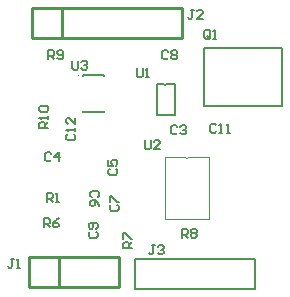
<source format=gto>
%FSLAX23Y23*%
%MOIN*%
G70*
G01*
G75*
G04 Layer_Color=65535*
%ADD10R,0.028X0.035*%
%ADD11R,0.035X0.028*%
%ADD12R,0.043X0.039*%
%ADD13R,0.073X0.039*%
%ADD14O,0.150X0.079*%
%ADD15R,0.055X0.031*%
%ADD16R,0.057X0.022*%
%ADD17R,0.057X0.022*%
%ADD18R,0.035X0.017*%
%ADD19O,0.035X0.017*%
%ADD20R,0.040X0.012*%
%ADD21O,0.040X0.012*%
%ADD22C,0.009*%
%ADD23C,0.220*%
%ADD24C,0.059*%
%ADD25R,0.059X0.059*%
%ADD26C,0.060*%
%ADD27R,0.060X0.060*%
%ADD28C,0.024*%
%ADD29R,0.087X0.098*%
%ADD30R,0.087X0.098*%
%ADD31R,0.037X0.039*%
%ADD32C,0.004*%
%ADD33C,0.008*%
%ADD34C,0.010*%
%ADD35C,0.005*%
%ADD36C,0.006*%
D32*
X-199Y265D02*
G03*
X-199Y265I-2J0D01*
G01*
X157Y-7D02*
G03*
X170Y-7I6J0D01*
G01*
X90Y-7D02*
X157D01*
X170D02*
X237D01*
Y-212D02*
Y-7D01*
X90Y-212D02*
X237D01*
X90D02*
Y-7D01*
D33*
X84Y238D02*
G03*
X97Y238I6J0D01*
G01*
X390Y-445D02*
Y-345D01*
X-10Y-445D02*
X390D01*
X-10Y-345D02*
X390D01*
X-10Y-445D02*
Y-345D01*
X479Y163D02*
Y359D01*
X219Y163D02*
Y359D01*
X479D01*
X219Y163D02*
X479D01*
X-185Y144D02*
X-115D01*
X-185Y266D02*
X-115D01*
Y264D02*
Y266D01*
X-185Y264D02*
Y266D01*
X-115Y144D02*
Y146D01*
X-185Y144D02*
Y146D01*
X61Y238D02*
X84D01*
X97D02*
X121D01*
Y135D02*
Y238D01*
X61Y135D02*
X121D01*
X61D02*
Y238D01*
D34*
X-265Y-440D02*
Y-340D01*
X-365Y-440D02*
Y-340D01*
X-65D01*
Y-440D02*
Y-340D01*
X-365Y-440D02*
X-65D01*
X-255Y390D02*
Y490D01*
X-355Y390D02*
Y490D01*
X145D01*
Y390D02*
Y490D01*
X-355Y390D02*
X145D01*
D35*
X-160Y-255D02*
X-165Y-260D01*
Y-270D01*
X-160Y-275D01*
X-140D01*
X-135Y-270D01*
Y-260D01*
X-140Y-255D01*
Y-245D02*
X-135Y-240D01*
Y-230D01*
X-140Y-225D01*
X-160D01*
X-165Y-230D01*
Y-240D01*
X-160Y-245D01*
X-155D01*
X-150Y-240D01*
Y-225D01*
X-90Y-165D02*
X-95Y-170D01*
Y-180D01*
X-90Y-185D01*
X-70D01*
X-65Y-180D01*
Y-170D01*
X-70Y-165D01*
X-95Y-155D02*
Y-135D01*
X-90D01*
X-70Y-155D01*
X-65D01*
X-135Y-140D02*
X-130Y-135D01*
Y-125D01*
X-135Y-120D01*
X-155D01*
X-160Y-125D01*
Y-135D01*
X-155Y-140D01*
X-130Y-170D02*
X-135Y-160D01*
X-145Y-150D01*
X-155D01*
X-160Y-155D01*
Y-165D01*
X-155Y-170D01*
X-150D01*
X-145Y-165D01*
Y-150D01*
X-290Y5D02*
X-295Y10D01*
X-305D01*
X-310Y5D01*
Y-15D01*
X-305Y-20D01*
X-295D01*
X-290Y-15D01*
X-265Y-20D02*
Y10D01*
X-280Y-5D01*
X-260D01*
X130Y95D02*
X125Y100D01*
X115D01*
X110Y95D01*
Y75D01*
X115Y70D01*
X125D01*
X130Y75D01*
X140Y95D02*
X145Y100D01*
X155D01*
X160Y95D01*
Y90D01*
X155Y85D01*
X150D01*
X155D01*
X160Y80D01*
Y75D01*
X155Y70D01*
X145D01*
X140Y75D01*
X-315Y-240D02*
Y-210D01*
X-300D01*
X-295Y-215D01*
Y-225D01*
X-300Y-230D01*
X-315D01*
X-305D02*
X-295Y-240D01*
X-265Y-210D02*
X-275Y-215D01*
X-285Y-225D01*
Y-235D01*
X-280Y-240D01*
X-270D01*
X-265Y-235D01*
Y-230D01*
X-270Y-225D01*
X-285D01*
X-220Y315D02*
Y290D01*
X-215Y285D01*
X-205D01*
X-200Y290D01*
Y315D01*
X-190Y310D02*
X-185Y315D01*
X-175D01*
X-170Y310D01*
Y305D01*
X-175Y300D01*
X-180D01*
X-175D01*
X-170Y295D01*
Y290D01*
X-175Y285D01*
X-185D01*
X-190Y290D01*
X21Y50D02*
Y25D01*
X26Y20D01*
X36D01*
X41Y25D01*
Y50D01*
X71Y20D02*
X51D01*
X71Y40D01*
Y45D01*
X66Y50D01*
X56D01*
X51Y45D01*
X-5Y290D02*
Y265D01*
X-0Y260D01*
X10D01*
X15Y265D01*
Y290D01*
X25Y260D02*
X35D01*
X30D01*
Y290D01*
X25Y285D01*
X-300Y90D02*
X-330D01*
Y105D01*
X-325Y110D01*
X-315D01*
X-310Y105D01*
Y90D01*
Y100D02*
X-300Y110D01*
Y120D02*
Y130D01*
Y125D01*
X-330D01*
X-325Y120D01*
Y145D02*
X-330Y150D01*
Y160D01*
X-325Y165D01*
X-305D01*
X-300Y160D01*
Y150D01*
X-305Y145D01*
X-325D01*
X-300Y320D02*
Y350D01*
X-285D01*
X-280Y345D01*
Y335D01*
X-285Y330D01*
X-300D01*
X-290D02*
X-280Y320D01*
X-270Y325D02*
X-265Y320D01*
X-255D01*
X-250Y325D01*
Y345D01*
X-255Y350D01*
X-265D01*
X-270Y345D01*
Y340D01*
X-265Y335D01*
X-250D01*
X145Y-275D02*
Y-245D01*
X160D01*
X165Y-250D01*
Y-260D01*
X160Y-265D01*
X145D01*
X155D02*
X165Y-275D01*
X175Y-250D02*
X180Y-245D01*
X190D01*
X195Y-250D01*
Y-255D01*
X190Y-260D01*
X195Y-265D01*
Y-270D01*
X190Y-275D01*
X180D01*
X175Y-270D01*
Y-265D01*
X180Y-260D01*
X175Y-255D01*
Y-250D01*
X180Y-260D02*
X190D01*
X-20Y-310D02*
X-50D01*
Y-295D01*
X-45Y-290D01*
X-35D01*
X-30Y-295D01*
Y-310D01*
Y-300D02*
X-20Y-290D01*
X-50Y-280D02*
Y-260D01*
X-45D01*
X-25Y-280D01*
X-20D01*
X-305Y-155D02*
Y-125D01*
X-290D01*
X-285Y-130D01*
Y-140D01*
X-290Y-145D01*
X-305D01*
X-295D02*
X-285Y-155D01*
X-275D02*
X-265D01*
X-270D01*
Y-125D01*
X-275Y-130D01*
X240Y393D02*
Y413D01*
X235Y418D01*
X225D01*
X220Y413D01*
Y393D01*
X225Y388D01*
X235D01*
X230Y398D02*
X240Y388D01*
X235D02*
X240Y393D01*
X250Y388D02*
X260D01*
X255D01*
Y418D01*
X250Y413D01*
X55Y-300D02*
X45D01*
X50D01*
Y-325D01*
X45Y-330D01*
X40D01*
X35Y-325D01*
X65Y-305D02*
X70Y-300D01*
X80D01*
X85Y-305D01*
Y-310D01*
X80Y-315D01*
X75D01*
X80D01*
X85Y-320D01*
Y-325D01*
X80Y-330D01*
X70D01*
X65Y-325D01*
X-235Y70D02*
X-240Y65D01*
Y55D01*
X-235Y50D01*
X-215D01*
X-210Y55D01*
Y65D01*
X-215Y70D01*
X-210Y80D02*
Y90D01*
Y85D01*
X-240D01*
X-235Y80D01*
X-210Y125D02*
Y105D01*
X-230Y125D01*
X-235D01*
X-240Y120D01*
Y110D01*
X-235Y105D01*
X260Y100D02*
X255Y105D01*
X245D01*
X240Y100D01*
Y80D01*
X245Y75D01*
X255D01*
X260Y80D01*
X270Y75D02*
X280D01*
X275D01*
Y105D01*
X270Y100D01*
X295Y75D02*
X305D01*
X300D01*
Y105D01*
X295Y100D01*
X100Y345D02*
X95Y350D01*
X85D01*
X80Y345D01*
Y325D01*
X85Y320D01*
X95D01*
X100Y325D01*
X110Y345D02*
X115Y350D01*
X125D01*
X130Y345D01*
Y340D01*
X125Y335D01*
X130Y330D01*
Y325D01*
X125Y320D01*
X115D01*
X110Y325D01*
Y330D01*
X115Y335D01*
X110Y340D01*
Y345D01*
X115Y335D02*
X125D01*
X-95Y-45D02*
X-100Y-50D01*
Y-60D01*
X-95Y-65D01*
X-75D01*
X-70Y-60D01*
Y-50D01*
X-75Y-45D01*
X-100Y-15D02*
Y-35D01*
X-85D01*
X-90Y-25D01*
Y-20D01*
X-85Y-15D01*
X-75D01*
X-70Y-20D01*
Y-30D01*
X-75Y-35D01*
D36*
X-415Y-345D02*
X-425D01*
X-420D01*
Y-370D01*
X-425Y-375D01*
X-430D01*
X-435Y-370D01*
X-405Y-375D02*
X-395D01*
X-400D01*
Y-345D01*
X-405Y-350D01*
X185Y485D02*
X175D01*
X180D01*
Y460D01*
X175Y455D01*
X170D01*
X165Y460D01*
X215Y455D02*
X195D01*
X215Y475D01*
Y480D01*
X210Y485D01*
X200D01*
X195Y480D01*
M02*

</source>
